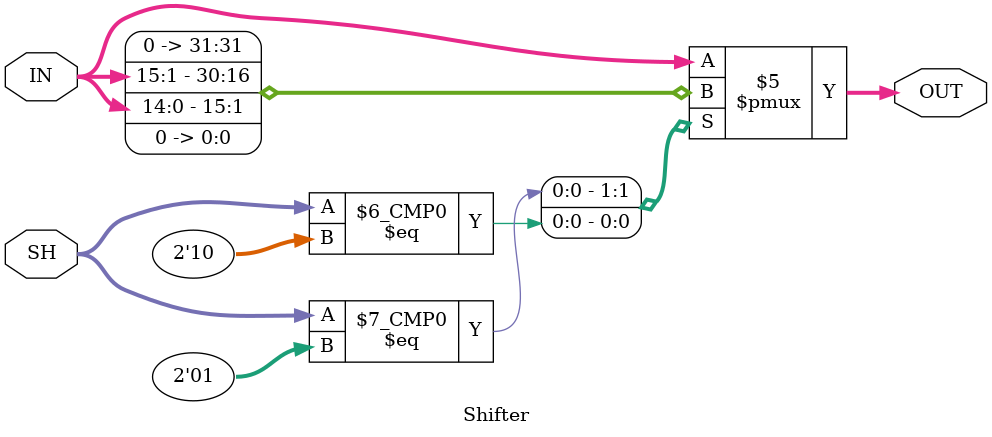
<source format=v>
module Shifter (IN, SH, OUT);

	input [15:0] IN;
	input [1:0] SH;
	
	output reg [15:0] OUT;

	always @ (IN or SH)
	begin
	
		case (SH)
		
			0:  OUT = IN; //No Shift
			1:	 OUT = IN >> 1; //Shift Right
			2:  OUT = IN << 1; //Shift Left

			default: OUT = IN; //No Shift
			
		endcase
	end
		
endmodule 
</source>
